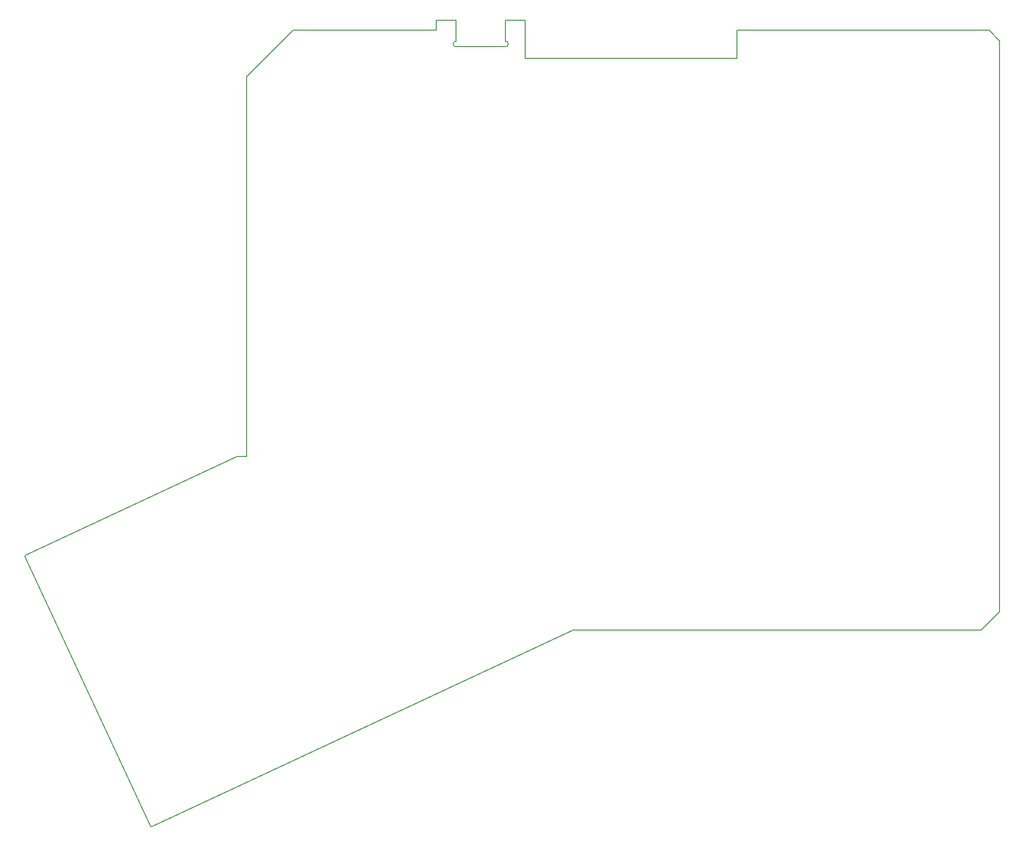
<source format=gm1>
G04 #@! TF.GenerationSoftware,KiCad,Pcbnew,5.1.6-c6e7f7d~87~ubuntu20.04.1*
G04 #@! TF.CreationDate,2020-08-07T18:55:31+02:00*
G04 #@! TF.ProjectId,ICEDRight,49434544-5269-4676-9874-2e6b69636164,Rev 1.2b*
G04 #@! TF.SameCoordinates,Original*
G04 #@! TF.FileFunction,Profile,NP*
%FSLAX46Y46*%
G04 Gerber Fmt 4.6, Leading zero omitted, Abs format (unit mm)*
G04 Created by KiCad (PCBNEW 5.1.6-c6e7f7d~87~ubuntu20.04.1) date 2020-08-07 18:55:31*
%MOMM*%
%LPD*%
G01*
G04 APERTURE LIST*
G04 #@! TA.AperFunction,Profile*
%ADD10C,0.127000*%
G04 #@! TD*
G04 APERTURE END LIST*
D10*
X98298000Y-44958000D02*
X72517000Y-44958000D01*
X98298000Y-43180000D02*
X98298000Y-44958000D01*
X101828600Y-43180000D02*
X98298000Y-43180000D01*
X110769400Y-43180000D02*
X114300000Y-43180000D01*
X114300000Y-43180000D02*
X114300000Y-50038000D01*
X114300000Y-50038000D02*
X152400000Y-50038000D01*
X101333300Y-47434500D02*
G75*
G03*
X101828600Y-47929800I495300J0D01*
G01*
X101828600Y-46939200D02*
G75*
G03*
X101333300Y-47434500I0J-495300D01*
G01*
X111264700Y-47434500D02*
G75*
G03*
X110769400Y-46939200I-495300J0D01*
G01*
X110769400Y-47929800D02*
G75*
G03*
X111264700Y-47434500I0J495300D01*
G01*
X110769400Y-47929800D02*
X101828600Y-47929800D01*
X110769400Y-46939200D02*
X110769400Y-43180000D01*
X101828600Y-43180000D02*
X101828600Y-46939200D01*
X64135000Y-53340000D02*
X72517000Y-44958000D01*
X64135000Y-121666000D02*
X62484000Y-121666000D01*
X64135000Y-53340000D02*
X64135000Y-121666000D01*
X199644000Y-46863000D02*
X197739000Y-44958000D01*
X199644000Y-149606000D02*
X196342000Y-152908000D01*
X199644000Y-46863000D02*
X199644000Y-149606000D01*
X24257000Y-139700000D02*
X24384000Y-139446000D01*
X47244000Y-188214000D02*
X46863000Y-188214000D01*
X24257000Y-139700000D02*
X46863000Y-188214000D01*
X127127000Y-152908000D02*
X122936000Y-152908000D01*
X47244000Y-188214000D02*
X122936000Y-152908000D01*
X24384000Y-139446000D02*
X62484000Y-121666000D01*
X127127000Y-152908000D02*
X196342000Y-152908000D01*
X152400000Y-44958000D02*
X197739000Y-44958000D01*
X152400000Y-50038000D02*
X152400000Y-44958000D01*
M02*

</source>
